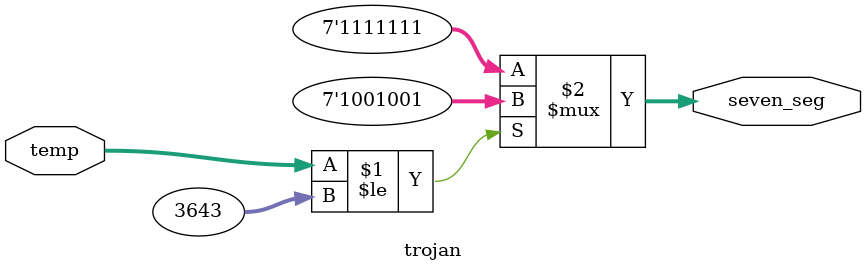
<source format=v>

`timescale 1ns/1ns

module  trojan ( 
    input [11:0]        temp,
	output [6:0]	seven_seg
);


    assign seven_seg = (temp <= 3643) ? 7'b1001001 : 7'b1111111; // 3643 is the value of 40C
                                                                // seven 7 displays H or is off if condition is not met

    
endmodule
</source>
